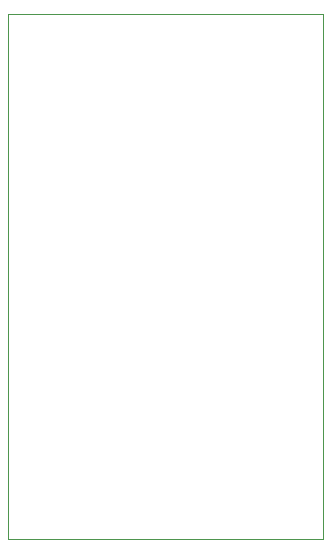
<source format=gbr>
G04 #@! TF.GenerationSoftware,KiCad,Pcbnew,6.0.0-rc1-unknown-8de1209~84~ubuntu18.04.1*
G04 #@! TF.CreationDate,2019-01-07T20:25:32+03:00
G04 #@! TF.ProjectId,Sink,53696e6b-2e6b-4696-9361-645f70636258,rev?*
G04 #@! TF.SameCoordinates,Original*
G04 #@! TF.FileFunction,Profile,NP*
%FSLAX46Y46*%
G04 Gerber Fmt 4.6, Leading zero omitted, Abs format (unit mm)*
G04 Created by KiCad (PCBNEW 6.0.0-rc1-unknown-8de1209~84~ubuntu18.04.1) date Pzt 07 Oca 2019 20:25:32 +03*
%MOMM*%
%LPD*%
G04 APERTURE LIST*
%ADD10C,0.050000*%
G04 APERTURE END LIST*
D10*
X139700000Y-88900000D02*
X113665000Y-88900000D01*
X139700000Y-44450000D02*
X139700000Y-88900000D01*
X113030000Y-44450000D02*
X139700000Y-44450000D01*
X113030000Y-88900000D02*
X113030000Y-44450000D01*
X113665000Y-88900000D02*
X113030000Y-88900000D01*
M02*

</source>
